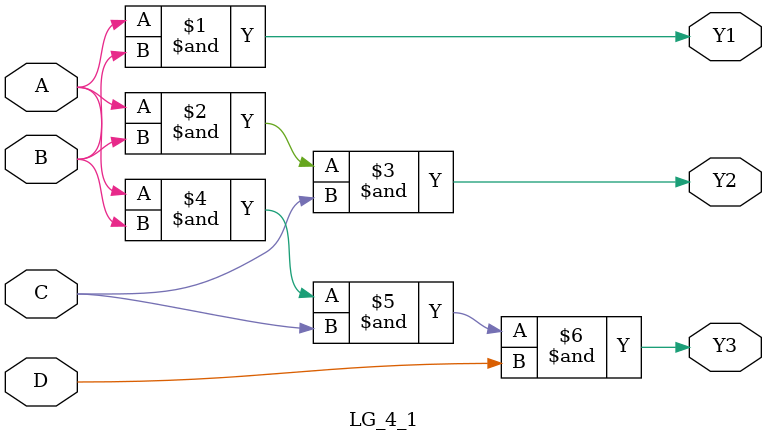
<source format=v>
module LG_4_1(input A,input B,input C,input D,output Y1,output Y2,output Y3);
assign Y1 = A & B;// This is representative of IC 74808 , IC 7408 , IC 741008 , IC 7409. All these are 2-Input AND Gates
assign Y2 = A & B & C;// This is representative of IC 7411 , IC 741011 , IC 7415. All these are 3-Input AND Gates
assign Y3 = A & B & C & D;// This is representative of IC 7421. It is a 4-Input AND Gate.
endmodule

</source>
